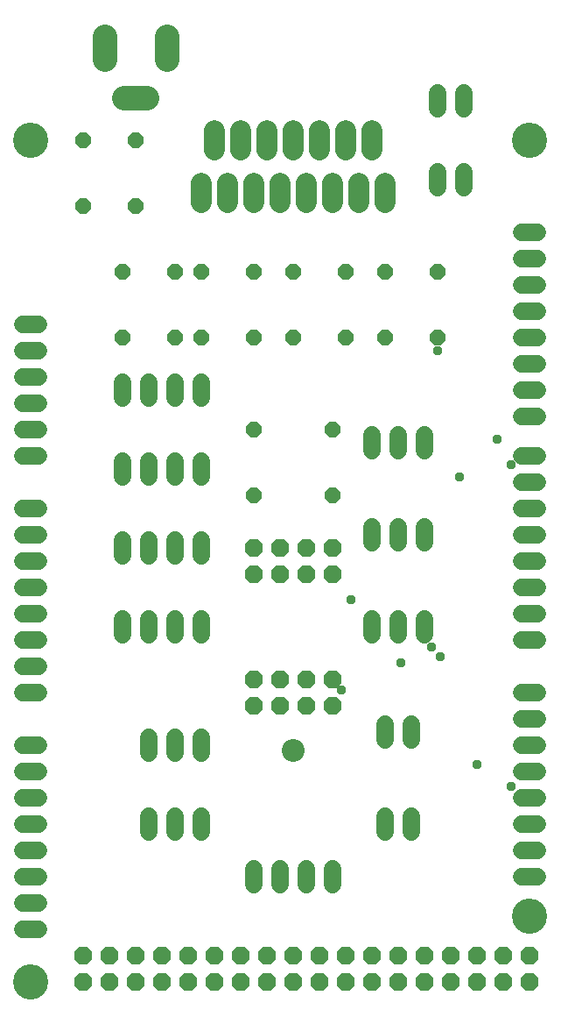
<source format=gbr>
G04 EAGLE Gerber RS-274X export*
G75*
%MOMM*%
%FSLAX34Y34*%
%LPD*%
%INSoldermask Top*%
%IPPOS*%
%AMOC8*
5,1,8,0,0,1.08239X$1,22.5*%
G01*
%ADD10P,1.649562X8X22.500000*%
%ADD11C,2.003200*%
%ADD12C,1.727200*%
%ADD13P,1.869504X8X202.500000*%
%ADD14C,3.403200*%
%ADD15C,2.203200*%
%ADD16C,2.387600*%
%ADD17P,1.869504X8X22.500000*%
%ADD18C,0.959600*%


D10*
X317500Y850900D03*
X368300Y850900D03*
X317500Y787400D03*
X368300Y787400D03*
X406400Y723900D03*
X355600Y723900D03*
X482600Y723900D03*
X431800Y723900D03*
X571500Y723900D03*
X520700Y723900D03*
X660400Y723900D03*
X609600Y723900D03*
X660400Y660400D03*
X609600Y660400D03*
X571500Y660400D03*
X520700Y660400D03*
X482600Y660400D03*
X431800Y660400D03*
X406400Y660400D03*
X355600Y660400D03*
D11*
X520700Y841900D02*
X520700Y859900D01*
X533400Y809100D02*
X533400Y791100D01*
X546100Y841900D02*
X546100Y859900D01*
X558800Y809100D02*
X558800Y791100D01*
X571500Y841900D02*
X571500Y859900D01*
X584200Y809100D02*
X584200Y791100D01*
X508000Y791100D02*
X508000Y809100D01*
X495300Y841900D02*
X495300Y859900D01*
X482600Y809100D02*
X482600Y791100D01*
X469900Y841900D02*
X469900Y859900D01*
X457200Y809100D02*
X457200Y791100D01*
X596900Y841900D02*
X596900Y859900D01*
X609600Y809100D02*
X609600Y791100D01*
X444500Y841900D02*
X444500Y859900D01*
X431800Y809100D02*
X431800Y791100D01*
D12*
X274320Y673100D02*
X259080Y673100D01*
X259080Y647700D02*
X274320Y647700D01*
X274320Y622300D02*
X259080Y622300D01*
X259080Y596900D02*
X274320Y596900D01*
X274320Y571500D02*
X259080Y571500D01*
X259080Y546100D02*
X274320Y546100D01*
X274320Y495300D02*
X259080Y495300D01*
X259080Y469900D02*
X274320Y469900D01*
X274320Y444500D02*
X259080Y444500D01*
X259080Y419100D02*
X274320Y419100D01*
X274320Y393700D02*
X259080Y393700D01*
X259080Y368300D02*
X274320Y368300D01*
X274320Y342900D02*
X259080Y342900D01*
X259080Y317500D02*
X274320Y317500D01*
X274320Y266700D02*
X259080Y266700D01*
X259080Y241300D02*
X274320Y241300D01*
X274320Y215900D02*
X259080Y215900D01*
X259080Y190500D02*
X274320Y190500D01*
X274320Y165100D02*
X259080Y165100D01*
X259080Y139700D02*
X274320Y139700D01*
X274320Y114300D02*
X259080Y114300D01*
X259080Y88900D02*
X274320Y88900D01*
X741680Y139700D02*
X756920Y139700D01*
X756920Y165100D02*
X741680Y165100D01*
X741680Y190500D02*
X756920Y190500D01*
X756920Y215900D02*
X741680Y215900D01*
X741680Y241300D02*
X756920Y241300D01*
X756920Y266700D02*
X741680Y266700D01*
X741680Y292100D02*
X756920Y292100D01*
X756920Y317500D02*
X741680Y317500D01*
X741680Y368300D02*
X756920Y368300D01*
X756920Y393700D02*
X741680Y393700D01*
X741680Y419100D02*
X756920Y419100D01*
X756920Y444500D02*
X741680Y444500D01*
X741680Y469900D02*
X756920Y469900D01*
X756920Y495300D02*
X741680Y495300D01*
X741680Y520700D02*
X756920Y520700D01*
X756920Y546100D02*
X741680Y546100D01*
X741680Y584200D02*
X756920Y584200D01*
X756920Y609600D02*
X741680Y609600D01*
X741680Y635000D02*
X756920Y635000D01*
X756920Y660400D02*
X741680Y660400D01*
X741680Y685800D02*
X756920Y685800D01*
X756920Y711200D02*
X741680Y711200D01*
X741680Y736600D02*
X756920Y736600D01*
X756920Y762000D02*
X741680Y762000D01*
D13*
X749300Y63500D03*
X749300Y38100D03*
X723900Y63500D03*
X723900Y38100D03*
X698500Y63500D03*
X698500Y38100D03*
X673100Y63500D03*
X673100Y38100D03*
X647700Y63500D03*
X647700Y38100D03*
X622300Y63500D03*
X622300Y38100D03*
X596900Y63500D03*
X596900Y38100D03*
X571500Y63500D03*
X571500Y38100D03*
X546100Y63500D03*
X546100Y38100D03*
X520700Y63500D03*
X520700Y38100D03*
X495300Y63500D03*
X495300Y38100D03*
X469900Y63500D03*
X469900Y38100D03*
X444500Y63500D03*
X444500Y38100D03*
X419100Y63500D03*
X419100Y38100D03*
X393700Y63500D03*
X393700Y38100D03*
X368300Y63500D03*
X368300Y38100D03*
X342900Y63500D03*
X342900Y38100D03*
X317500Y63500D03*
X317500Y38100D03*
D14*
X749300Y850900D03*
X266700Y850900D03*
X749300Y101600D03*
X266700Y38100D03*
D15*
X520700Y261620D03*
D16*
X379222Y891800D02*
X357378Y891800D01*
X338300Y928878D02*
X338300Y950722D01*
X398300Y950722D02*
X398300Y928878D01*
D12*
X355600Y388620D02*
X355600Y373380D01*
X381000Y373380D02*
X381000Y388620D01*
X406400Y388620D02*
X406400Y373380D01*
X431800Y373380D02*
X431800Y388620D01*
X355600Y449580D02*
X355600Y464820D01*
X381000Y464820D02*
X381000Y449580D01*
X406400Y449580D02*
X406400Y464820D01*
X431800Y464820D02*
X431800Y449580D01*
X355600Y525780D02*
X355600Y541020D01*
X381000Y541020D02*
X381000Y525780D01*
X406400Y525780D02*
X406400Y541020D01*
X431800Y541020D02*
X431800Y525780D01*
X355600Y601980D02*
X355600Y617220D01*
X381000Y617220D02*
X381000Y601980D01*
X406400Y601980D02*
X406400Y617220D01*
X431800Y617220D02*
X431800Y601980D01*
X609600Y198120D02*
X609600Y182880D01*
X635000Y182880D02*
X635000Y198120D01*
X609600Y271780D02*
X609600Y287020D01*
X635000Y287020D02*
X635000Y271780D01*
X660400Y881380D02*
X660400Y896620D01*
X685800Y896620D02*
X685800Y881380D01*
X660400Y820420D02*
X660400Y805180D01*
X685800Y805180D02*
X685800Y820420D01*
D17*
X482600Y304800D03*
X508000Y304800D03*
X533400Y304800D03*
X558800Y304800D03*
X482600Y330200D03*
X508000Y330200D03*
X533400Y330200D03*
X558800Y330200D03*
D12*
X381000Y198120D02*
X381000Y182880D01*
X406400Y182880D02*
X406400Y198120D01*
X431800Y198120D02*
X431800Y182880D01*
X381000Y259080D02*
X381000Y274320D01*
X406400Y274320D02*
X406400Y259080D01*
X431800Y259080D02*
X431800Y274320D01*
X596900Y373380D02*
X596900Y388620D01*
X622300Y388620D02*
X622300Y373380D01*
X647700Y373380D02*
X647700Y388620D01*
X596900Y462280D02*
X596900Y477520D01*
X622300Y477520D02*
X622300Y462280D01*
X647700Y462280D02*
X647700Y477520D01*
X596900Y551180D02*
X596900Y566420D01*
X622300Y566420D02*
X622300Y551180D01*
X647700Y551180D02*
X647700Y566420D01*
D13*
X558800Y457200D03*
X533400Y457200D03*
X508000Y457200D03*
X482600Y457200D03*
X558800Y431800D03*
X533400Y431800D03*
X508000Y431800D03*
X482600Y431800D03*
D10*
X482600Y508000D03*
X558800Y508000D03*
X482600Y571500D03*
X558800Y571500D03*
D12*
X482600Y147320D02*
X482600Y132080D01*
X508000Y132080D02*
X508000Y147320D01*
X533400Y147320D02*
X533400Y132080D01*
X558800Y132080D02*
X558800Y147320D01*
D18*
X681228Y525780D03*
X717804Y562356D03*
X731520Y227076D03*
X653796Y361188D03*
X662940Y352044D03*
X624840Y345948D03*
X566928Y320040D03*
X659892Y647700D03*
X576072Y406908D03*
X731520Y537972D03*
X697992Y248412D03*
M02*

</source>
